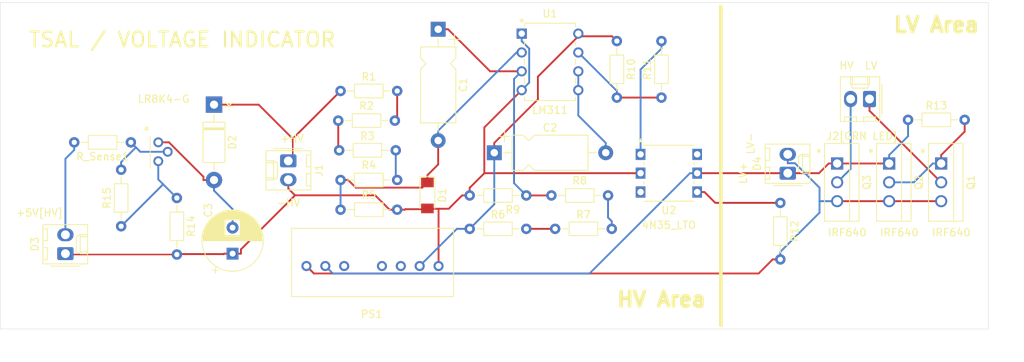
<source format=kicad_pcb>
(kicad_pcb (version 20211014) (generator pcbnew)
  (layers (0 "F.Cu" signal) (31 "B.Cu" signal) (34 "B.Paste" user) (35 "F.Paste" user) (36 "B.SilkS" user "B.Silkscreen") (37 "F.SilkS" user "F.Silkscreen") (38 "B.Mask" user) (39 "F.Mask" user) (44 "Edge.Cuts" user))
  (net 0 "")
  (net 1 "Net-(R1-Pad2)")
  (net 2 "Net-(R2-Pad2)")
  (net 3 "Net-(R3-Pad2)")
  (net 4 "Net-(C1-Pad2)")
  (net 5 "Net-(C2-Pad1)")
  (net 6 "Net-(R6-Pad2)")
  (net 7 "Net-(R7-Pad2)")
  (net 8 "Net-(C1-Pad1)")
  (net 9 "Net-(R10-Pad2)")
  (net 10 "Net-(R11-Pad2)")
  (net 11 "Net-(R12-Pad1)")
  (net 12 "GND")
  (net 13 "/LV")
  (net 14 "Net-(Q1-Pad1)")
  (net 15 "Net-(R14-Pad1)")
  (net 16 "Net-(R15-Pad2)")
  (net 17 "Net-(D3-Pad2)")
  (net 20 "Net-(C3-Pad2)")
  (net 21 "Net-(C2-Pad2)")
  (net 22 "/LV_ACTIVE_LIGHT")
  (net 23 "/HV_ACTIVE_LIGHT")
  (net 26 "/BATT+")
  (net 27 "/BATT-")
  (footprint "Connector_Molex:Molex_KK-254_AE-6410-02A_1x02_P2.54mm_Vertical" (layer "F.Cu") (at 166 111 180)
    (fp_text reference "J2[GRN LED]" (at 1 -5) (layer "F.SilkS"))
    (fp_text value "Conn_01x02_Female")
    (pad "1" thru_hole roundrect (at 0 0 180) (size 1.74 2.19) (drill 1.19) (layers *.Cu *.Mask) (roundrect_rratio 0.1436781609) (net 22 "/LV_ACTIVE_LIGHT"))
    (pad "2" thru_hole oval (at 2.54 0 180) (size 1.74 2.19) (drill 1.19) (layers *.Cu *.Mask) (net 23 "/HV_ACTIVE_LIGHT"))
  )
  (footprint "Library:SPAN02A-12[s.m]" (layer "F.Cu") (at 100.38 146.2125)
    (fp_text reference "PS1" (at -1.38 -6.2125 unlocked) (layer "F.SilkS"))
    (fp_text value "SPAN02A-12")
    (pad "1" thru_hole circle (at -10.16 -12.7) (size 1.35 1.35) (drill 0.8) (layers *.Cu *.Mask) (net 12 "GND"))
    (pad "2" thru_hole circle (at -7.62 -12.7) (size 1.35 1.35) (drill 0.8) (layers *.Cu *.Mask) (net 13 "/LV"))
    (pad "3" thru_hole circle (at -5.08 -12.7) (size 1.35 1.35) (drill 0.8) (layers *.Cu *.Mask))
    (pad "4" thru_hole circle (at 0 -12.7) (size 1.35 1.35) (drill 0.8) (layers *.Cu *.Mask))
    (pad "5" thru_hole circle (at 2.54 -12.7) (size 1.35 1.35) (drill 0.8) (layers *.Cu *.Mask))
    (pad "6" thru_hole circle (at 5.08 -12.7) (size 1.35 1.35) (drill 0.8) (layers *.Cu *.Mask) (net 5 "Net-(C2-Pad1)"))
    (pad "7" thru_hole circle (at 7.62 -12.7) (size 1.35 1.35) (drill 0.8) (layers *.Cu *.Mask) (net 27 "/BATT-"))
  )
  (footprint "Resistor_THT:R_Axial_DIN0204_L3.6mm_D1.6mm_P7.62mm_Horizontal" (layer "F.Cu") (at 171.19 113.81)
    (fp_text reference "R13" (at 3.81 -1.92) (layer "F.SilkS"))
    (fp_text value "10k")
    (pad "1" thru_hole circle (at 0 0) (size 1.4 1.4) (drill 0.7) (layers *.Cu *.Mask) (net 13 "/LV"))
    (pad "2" thru_hole oval (at 7.62 0) (size 1.4 1.4) (drill 0.7) (layers *.Cu *.Mask) (net 14 "Net-(Q1-Pad1)"))
  )
  (footprint "Resistor_THT:R_Axial_DIN0204_L3.6mm_D1.6mm_P7.62mm_Horizontal" (layer "F.Cu") (at 65.2786 128.153 90)
    (fp_text reference "R15" (at 3.81 -1.92 90) (layer "F.SilkS"))
    (fp_text value "6k")
    (pad "1" thru_hole circle (at 0 0 90) (size 1.4 1.4) (drill 0.7) (layers *.Cu *.Mask) (net 15 "Net-(R14-Pad1)"))
    (pad "2" thru_hole oval (at 7.62 0 90) (size 1.4 1.4) (drill 0.7) (layers *.Cu *.Mask) (net 16 "Net-(R15-Pad2)"))
  )
  (footprint "Resistor_THT:R_Axial_DIN0204_L3.6mm_D1.6mm_P7.62mm_Horizontal" (layer "F.Cu") (at 138 110.81 90)
    (fp_text reference "R11" (at 3.81 -1.92 90) (layer "F.SilkS"))
    (fp_text value "2k2")
    (pad "1" thru_hole circle (at 0 0 90) (size 1.4 1.4) (drill 0.7) (layers *.Cu *.Mask) (net 9 "Net-(R10-Pad2)"))
    (pad "2" thru_hole oval (at 7.62 0 90) (size 1.4 1.4) (drill 0.7) (layers *.Cu *.Mask) (net 10 "Net-(R11-Pad2)"))
  )
  (footprint "Connector_Molex:Molex_KK-254_AE-6410-02A_1x02_P2.54mm_Vertical" (layer "F.Cu") (at 57.7786 131.843 90)
    (fp_text reference "D3" (at 1.27 -4.12 90) (layer "F.SilkS"))
    (fp_text value "LED")
    (pad "1" thru_hole roundrect (at 0 0 90) (size 1.74 2.19) (drill 1.19) (layers *.Cu *.Mask) (roundrect_rratio 0.1436781609) (net 27 "/BATT-"))
    (pad "2" thru_hole oval (at 2.54 0 90) (size 1.74 2.19) (drill 1.19) (layers *.Cu *.Mask) (net 17 "Net-(D3-Pad2)"))
  )
  (footprint "Resistor_THT:R_Axial_DIN0204_L3.6mm_D1.6mm_P7.62mm_Horizontal" (layer "F.Cu") (at 132 103.19 -90)
    (fp_text reference "R10" (at 3.81 -1.92 90) (layer "F.SilkS"))
    (fp_text value "4.7M")
    (pad "1" thru_hole circle (at 0 0 270) (size 1.4 1.4) (drill 0.7) (layers *.Cu *.Mask) (net 5 "Net-(C2-Pad1)"))
    (pad "2" thru_hole oval (at 7.62 0 270) (size 1.4 1.4) (drill 0.7) (layers *.Cu *.Mask) (net 9 "Net-(R10-Pad2)"))
  )
  (footprint "Connector_Molex:Molex_KK-254_AE-6410-02A_1x02_P2.54mm_Vertical" (layer "F.Cu") (at 155 121 90)
    (fp_text reference "D4" (at 1.27 -4.12 90) (layer "F.SilkS"))
    (fp_text value "LV")
    (pad "1" thru_hole roundrect (at 0 0 90) (size 1.74 2.19) (drill 1.19) (layers *.Cu *.Mask) (roundrect_rratio 0.1436781609) (net 13 "/LV"))
    (pad "2" thru_hole oval (at 2.54 0 90) (size 1.74 2.19) (drill 1.19) (layers *.Cu *.Mask) (net 12 "GND"))
  )
  (footprint "Resistor_THT:R_Axial_DIN0204_L3.6mm_D1.6mm_P7.62mm_Horizontal" (layer "F.Cu") (at 66.5886 116.843 180)
    (fp_text reference "R_Sense1" (at 3.81 -1.92) (layer "F.SilkS"))
    (fp_text value "1k")
    (pad "1" thru_hole circle (at 0 0 180) (size 1.4 1.4) (drill 0.7) (layers *.Cu *.Mask) (net 16 "Net-(R15-Pad2)"))
    (pad "2" thru_hole oval (at 7.62 0 180) (size 1.4 1.4) (drill 0.7) (layers *.Cu *.Mask) (net 17 "Net-(D3-Pad2)"))
  )
  (footprint "Resistor_THT:R_Axial_DIN0204_L3.6mm_D1.6mm_P7.62mm_Horizontal" (layer "F.Cu") (at 94.81 125.9175)
    (fp_text reference "R5" (at 3.81 -2) (layer "F.SilkS"))
    (fp_text value "1M")
    (pad "1" thru_hole circle (at 0 0) (size 1.4 1.4) (drill 0.7) (layers *.Cu *.Mask) (net 4 "Net-(C1-Pad2)"))
    (pad "2" thru_hole oval (at 7.62 0) (size 1.4 1.4) (drill 0.7) (layers *.Cu *.Mask) (net 27 "/BATT-"))
  )
  (footprint "Resistor_THT:R_Axial_DIN0204_L3.6mm_D1.6mm_P7.62mm_Horizontal" (layer "F.Cu") (at 119.81 124 180)
    (fp_text reference "R9" (at 1.81 -1.92) (layer "F.SilkS"))
    (fp_text value "4.7M")
    (pad "1" thru_hole circle (at 0 0 180) (size 1.4 1.4) (drill 0.7) (layers *.Cu *.Mask) (net 8 "Net-(C1-Pad1)"))
    (pad "2" thru_hole oval (at 7.62 0 180) (size 1.4 1.4) (drill 0.7) (layers *.Cu *.Mask) (net 27 "/BATT-"))
  )
  (footprint "Capacitor_THT:CP_Axial_L10.0mm_D4.5mm_P15.00mm_Horizontal" (layer "F.Cu") (at 115.5 118.2425)
    (fp_text reference "C2" (at 7.5 -3.37) (layer "F.SilkS"))
    (fp_text value "1uF")
    (pad "1" thru_hole rect (at 0 0) (size 2 2) (drill 1) (layers *.Cu *.Mask) (net 5 "Net-(C2-Pad1)"))
    (pad "2" thru_hole oval (at 15 0) (size 2 2) (drill 1) (layers *.Cu *.Mask) (net 21 "Net-(C2-Pad2)"))
  )
  (footprint "Library:IRF640NPBF" (layer "F.Cu") (at 161.6477 119.6936 -90)
    (fp_text reference "Q3" (at 2.54 -4 90) (layer "F.SilkS"))
    (fp_text value "IRF640" (at 9.3064 -15.3523 180) (layer "F.SilkS"))
    (fp_text user "*" (at -1.6936 2.1477 90) (layer "F.SilkS"))
    (pad "1" thru_hole rect (at 0 0 270) (size 1.6256 1.6256) (drill 1.1176) (layers *.Cu *.Mask) (net 13 "/LV"))
    (pad "2" thru_hole circle (at 2.54 0 270) (size 1.6256 1.6256) (drill 1.1176) (layers *.Cu *.Mask) (net 23 "/HV_ACTIVE_LIGHT"))
    (pad "3" thru_hole circle (at 5.08 0 270) (size 1.6256 1.6256) (drill 1.1176) (layers *.Cu *.Mask) (net 12 "GND"))
  )
  (footprint "Resistor_THT:R_Axial_DIN0204_L3.6mm_D1.6mm_P7.62mm_Horizontal" (layer "F.Cu") (at 94.81 109.9175)
    (fp_text reference "R1" (at 3.81 -1.92) (layer "F.SilkS"))
    (fp_text value "4.7M")
    (pad "1" thru_hole circle (at 0 0) (size 1.4 1.4) (drill 0.7) (layers *.Cu *.Mask) (net 26 "/BATT+"))
    (pad "2" thru_hole oval (at 7.62 0) (size 1.4 1.4) (drill 0.7) (layers *.Cu *.Mask) (net 1 "Net-(R1-Pad2)"))
  )
  (footprint "Resistor_THT:R_Axial_DIN0204_L3.6mm_D1.6mm_P7.62mm_Horizontal" (layer "F.Cu") (at 123.69 128.5)
    (fp_text reference "R7" (at 3.81 -1.92) (layer "F.SilkS"))
    (fp_text value "4.7M")
    (pad "1" thru_hole circle (at 0 0) (size 1.4 1.4) (drill 0.7) (layers *.Cu *.Mask) (net 6 "Net-(R6-Pad2)"))
    (pad "2" thru_hole oval (at 7.62 0) (size 1.4 1.4) (drill 0.7) (layers *.Cu *.Mask) (net 7 "Net-(R7-Pad2)"))
  )
  (footprint "Resistor_THT:R_Axial_DIN0204_L3.6mm_D1.6mm_P7.62mm_Horizontal" (layer "F.Cu") (at 102.12 113.9175 180)
    (fp_text reference "R2" (at 3.81 2) (layer "F.SilkS"))
    (fp_text value "4.7M")
    (pad "1" thru_hole circle (at 0 0 180) (size 1.4 1.4) (drill 0.7) (layers *.Cu *.Mask) (net 1 "Net-(R1-Pad2)"))
    (pad "2" thru_hole oval (at 7.62 0 180) (size 1.4 1.4) (drill 0.7) (layers *.Cu *.Mask) (net 2 "Net-(R2-Pad2)"))
  )
  (footprint "Resistor_THT:R_Axial_DIN0204_L3.6mm_D1.6mm_P7.62mm_Horizontal" (layer "F.Cu") (at 112.19 128.5)
    (fp_text reference "R6" (at 3.81 -1.92) (layer "F.SilkS"))
    (fp_text value "4.7M")
    (pad "1" thru_hole circle (at 0 0) (size 1.4 1.4) (drill 0.7) (layers *.Cu *.Mask) (net 5 "Net-(C2-Pad1)"))
    (pad "2" thru_hole oval (at 7.62 0) (size 1.4 1.4) (drill 0.7) (layers *.Cu *.Mask) (net 6 "Net-(R6-Pad2)"))
  )
  (footprint "Capacitor_THT:CP_Axial_L10.0mm_D4.5mm_P15.00mm_Horizontal" (layer "F.Cu") (at 107.95 101.6 -90)
    (fp_text reference "C1" (at 7.5 -3.37 -270) (layer "F.SilkS"))
    (fp_text value "1nF")
    (pad "1" thru_hole rect (at 0 0 270) (size 2 2) (drill 1) (layers *.Cu *.Mask) (net 8 "Net-(C1-Pad1)"))
    (pad "2" thru_hole oval (at 15 0 270) (size 2 2) (drill 1) (layers *.Cu *.Mask) (net 4 "Net-(C1-Pad2)"))
  )
  (footprint "Library:IRF640NPBF" (layer "F.Cu") (at 175.6477 119.6936 -90)
    (fp_text reference "Q1" (at 2.54 -4 90) (layer "F.SilkS"))
    (fp_text value "IRF640" (at 9.3064 12.6477 180) (layer "F.SilkS"))
    (fp_text user "*" (at -1.6936 2.1477 90) (layer "F.SilkS"))
    (pad "1" thru_hole rect (at 0 0 270) (size 1.6256 1.6256) (drill 1.1176) (layers *.Cu *.Mask) (net 14 "Net-(Q1-Pad1)"))
    (pad "2" thru_hole circle (at 2.54 0 270) (size 1.6256 1.6256) (drill 1.1176) (layers *.Cu *.Mask) (net 22 "/LV_ACTIVE_LIGHT"))
    (pad "3" thru_hole circle (at 5.08 0 270) (size 1.6256 1.6256) (drill 1.1176) (layers *.Cu *.Mask) (net 12 "GND"))
  )
  (footprint "Library:4N35" (layer "F.Cu") (at 135.19 118.46)
    (fp_text reference "U2" (at 3.81 7.54) (layer "F.SilkS"))
    (fp_text value "4N35_LTO" (at 3.81 9.54) (layer "F.SilkS"))
    (fp_text user "*" (at 0 -1.5113) (layer "F.SilkS"))
    (pad "1" thru_hole rect (at 0 0) (size 1.2954 1.4986) (drill 0.8636) (layers *.Cu *.Mask) (net 10 "Net-(R11-Pad2)"))
    (pad "2" thru_hole rect (at 0 2.54) (size 1.2954 1.4986) (drill 0.8636) (layers *.Cu *.Mask) (net 27 "/BATT-"))
    (pad "3" thru_hole rect (at 0 5.08) (size 1.2954 1.4986) (drill 0.8636) (layers *.Cu *.Mask))
    (pad "4" thru_hole rect (at 7.62 5.08) (size 1.2954 1.4986) (drill 0.8636) (layers *.Cu *.Mask) (net 11 "Net-(R12-Pad1)"))
    (pad "5" thru_hole rect (at 7.62 2.54) (size 1.2954 1.4986) (drill 0.8636) (layers *.Cu *.Mask) (net 13 "/LV"))
    (pad "6" thru_hole rect (at 7.62 0) (size 1.2954 1.4986) (drill 0.8636) (layers *.Cu *.Mask))
  )
  (footprint "Resistor_THT:R_Axial_DIN0204_L3.6mm_D1.6mm_P7.62mm_Horizontal" (layer "F.Cu") (at 72.7786 124.343 -90)
    (fp_text reference "R14" (at 3.81 -1.92 90) (layer "F.SilkS"))
    (fp_text value "18k")
    (pad "1" thru_hole circle (at 0 0 270) (size 1.4 1.4) (drill 0.7) (layers *.Cu *.Mask) (net 15 "Net-(R14-Pad1)"))
    (pad "2" thru_hole oval (at 7.62 0 270) (size 1.4 1.4) (drill 0.7) (layers *.Cu *.Mask) (net 27 "/BATT-"))
  )
  (footprint "Library:IRF640NPBF" (layer "F.Cu") (at 168.6477 119.6936 -90)
    (fp_text reference "Q2" (at 2.54 -4 90) (layer "F.SilkS"))
    (fp_text value "IRF640" (at 9.3064 -1.3523 180) (layer "F.SilkS"))
    (fp_text user "*" (at -1.6936 2.1477 90) (layer "F.SilkS"))
    (pad "1" thru_hole rect (at 0 0 270) (size 1.6256 1.6256) (drill 1.1176) (layers *.Cu *.Mask) (net 13 "/LV"))
    (pad "2" thru_hole circle (at 2.54 0 270) (size 1.6256 1.6256) (drill 1.1176) (layers *.Cu *.Mask) (net 14 "Net-(Q1-Pad1)"))
    (pad "3" thru_hole circle (at 5.08 0 270) (size 1.6256 1.6256) (drill 1.1176) (layers *.Cu *.Mask) (net 12 "GND"))
  )
  (footprint "Resistor_THT:R_Axial_DIN0204_L3.6mm_D1.6mm_P7.62mm_Horizontal" (layer "F.Cu") (at 130.81 124 180)
    (fp_text reference "R8" (at 3.81 2) (layer "F.SilkS"))
    (fp_text value "4.7M")
    (pad "1" thru_hole circle (at 0 0 180) (size 1.4 1.4) (drill 0.7) (layers *.Cu *.Mask) (net 7 "Net-(R7-Pad2)"))
    (pad "2" thru_hole oval (at 7.62 0 180) (size 1.4 1.4) (drill 0.7) (layers *.Cu *.Mask) (net 8 "Net-(C1-Pad1)"))
  )
  (footprint "Capacitor_THT:CP_Radial_D8.0mm_P3.50mm" (layer "F.Cu") (at 80.2786 131.843 90)
    (fp_text reference "C3" (at 5.843 -3.2786 90) (layer "F.SilkS"))
    (fp_text value "2.2uF")
    (pad "1" thru_hole rect (at 0 0 90) (size 1.6 1.6) (drill 0.8) (layers *.Cu *.Mask) (net 27 "/BATT-"))
    (pad "2" thru_hole circle (at 3.5 0 90) (size 1.6 1.6) (drill 0.8) (layers *.Cu *.Mask) (net 20 "Net-(C3-Pad2)"))
  )
  (footprint "Connector_Molex:Molex_KK-254_AE-6410-02A_1x02_P2.54mm_Vertical" (layer "F.Cu") (at 87.7786 119.343 -90)
    (fp_text reference "J1" (at 1.27 -4.12 90) (layer "F.SilkS"))
    (fp_text value "Conn_01x02_Female")
    (pad "1" thru_hole roundrect (at 0 0 270) (size 1.74 2.19) (drill 1.19) (layers *.Cu *.Mask) (roundrect_rratio 0.1436781609) (net 26 "/BATT+"))
    (pad "2" thru_hole oval (at 2.54 0 270) (size 1.74 2.19) (drill 1.19) (layers *.Cu *.Mask) (net 27 "/BATT-"))
  )
  (footprint "Library:LR8N3-G" (layer "F.Cu") (at 70.2786 116.843 -90)
    (fp_text reference "U3" hide)
    (fp_text value "LR8K4-G" (at -5.843 -0.7214 180) (layer "F.SilkS"))
    (fp_text user "*" (at -1.843 1.2786 90) (layer "F.SilkS"))
    (pad "1" thru_hole circle (at 0 0 270) (size 1.3208 1.3208) (drill 0.8128) (layers *.Cu *.Mask) (net 20 "Net-(C3-Pad2)"))
    (pad "2" thru_hole circle (at 1.27 -1.27 270) (size 1.3208 1.3208) (drill 0.8128) (layers *.Cu *.Mask) (net 16 "Net-(R15-Pad2)"))
    (pad "3" thru_hole circle (at 2.54 0 270) (size 1.3208 1.3208) (drill 0.8128) (layers *.Cu *.Mask) (net 15 "Net-(R14-Pad1)"))
  )
  (footprint "Diode_SMD:D_MiniMELF" (layer "F.Cu") (at 106.5 124 -90)
    (fp_text reference "D1" (at 0 -2 90) (layer "F.SilkS"))
    (fp_text value "BZV55C12")
    (pad "1" smd rect (at -1.75 0 270) (size 1.3 1.7) (layers "F.Cu" "F.Paste" "F.Mask") (net 4 "Net-(C1-Pad2)"))
    (pad "2" smd rect (at 1.75 0 270) (size 1.3 1.7) (layers "F.Cu" "F.Paste" "F.Mask") (net 27 "/BATT-"))
  )
  (footprint "Library:LM311P" (layer "F.Cu") (at 119.19 102.19)
    (fp_text reference "U1" (at 3.81 -2.69) (layer "F.SilkS"))
    (fp_text value "LM311" (at 3.81 10.31) (layer "F.SilkS"))
    (fp_text user "*" (at 0 -1.4478) (layer "F.SilkS"))
    (pad "1" thru_hole rect (at 0 0) (size 1.3716 1.3716) (drill 0.8636) (layers *.Cu *.Mask) (net 27 "/BATT-"))
    (pad "2" thru_hole circle (at 0 2.54) (size 1.3716 1.3716) (drill 0.8636) (layers *.Cu *.Mask) (net 4 "Net-(C1-Pad2)"))
    (pad "3" thru_hole circle (at 0 5.08) (size 1.3716 1.3716) (drill 0.8636) (layers *.Cu *.Mask) (net 8 "Net-(C1-Pad1)"))
    (pad "4" thru_hole circle (at 0 7.62) (size 1.3716 1.3716) (drill 0.8636) (layers *.Cu *.Mask) (net 27 "/BATT-"))
    (pad "5" thru_hole circle (at 7.62 7.62) (size 1.3716 1.3716) (drill 0.8636) (layers *.Cu *.Mask) (net 21 "Net-(C2-Pad2)"))
    (pad "6" thru_hole circle (at 7.62 5.08) (size 1.3716 1.3716) (drill 0.8636) (layers *.Cu *.Mask) (net 21 "Net-(C2-Pad2)"))
    (pad "7" thru_hole circle (at 7.62 2.54) (size 1.3716 1.3716) (drill 0.8636) (layers *.Cu *.Mask) (net 9 "Net-(R10-Pad2)"))
    (pad "8" thru_hole circle (at 7.62 0) (size 1.3716 1.3716) (drill 0.8636) (layers *.Cu *.Mask) (net 5 "Net-(C2-Pad1)"))
  )
  (footprint "Diode_THT:D_DO-41_SOD81_P10.16mm_Horizontal" (layer "F.Cu") (at 77.7786 111.763 -90)
    (fp_text reference "D2" (at 5.08 -2.47 90) (layer "F.SilkS"))
    (fp_text value "1N4758A")
    (fp_text user "K" (at 0 -2.1 90) (layer "F.SilkS"))
    (pad "1" thru_hole rect (at 0 0 270) (size 2.2 2.2) (drill 1.1) (layers *.Cu *.Mask) (net 26 "/BATT+"))
    (pad "2" thru_hole oval (at 10.16 0 270) (size 2.2 2.2) (drill 1.1) (layers *.Cu *.Mask) (net 20 "Net-(C3-Pad2)"))
  )
  (footprint "Resistor_THT:R_Axial_DIN0204_L3.6mm_D1.6mm_P7.62mm_Horizontal" (layer "F.Cu") (at 94.62 117.9175)
    (fp_text reference "R3" (at 3.81 -1.92) (layer "F.SilkS"))
    (fp_text value "4.7M")
    (pad "1" thru_hole circle (at 0 0) (size 1.4 1.4) (drill 0.7) (layers *.Cu *.Mask) (net 2 "Net-(R2-Pad2)"))
    (pad "2" thru_hole oval (at 7.62 0) (size 1.4 1.4) (drill 0.7) (layers *.Cu *.Mask) (net 3 "Net-(R3-Pad2)"))
  )
  (footprint "Resistor_THT:R_Axial_DIN0204_L3.6mm_D1.6mm_P7.62mm_Horizontal" (layer "F.Cu") (at 154 125 -90)
    (fp_text reference "R12" (at 3.81 -1.92 90) (layer "F.SilkS"))
    (fp_text value "100k")
    (pad "1" thru_hole circle (at 0 0 270) (size 1.4 1.4) (drill 0.7) (layers *.Cu *.Mask) (net 11 "Net-(R12-Pad1)"))
    (pad "2" thru_hole oval (at 7.62 0 270) (size 1.4 1.4) (drill 0.7) (layers *.Cu *.Mask) (net 12 "GND"))
  )
  (footprint "Resistor_THT:R_Axial_DIN0204_L3.6mm_D1.6mm_P7.62mm_Horizontal" (layer "F.Cu") (at 102.43 121.9175 180)
    (fp_text reference "R4" (at 3.81 2) (layer "F.SilkS"))
    (fp_text value "4.7M")
    (pad "1" thru_hole circle (at 0 0 180) (size 1.4 1.4) (drill 0.7) (layers *.Cu *.Mask) (net 3 "Net-(R3-Pad2)"))
    (pad "2" thru_hole oval (at 7.62 0 180) (size 1.4 1.4) (drill 0.7) (layers *.Cu *.Mask) (net 4 "Net-(C1-Pad2)"))
  )
  (gr_line (start 146 141.5) (end 146 98.5) (layer "F.SilkS") (width 0.5))
  (gr_rect (start 49 98) (end 182 142) (layer "Edge.Cuts") (width 0.05) (fill none))
  (gr_text "HV Area" (at 138 138) (layer "F.SilkS") (effects (font (size 2 2) (thickness 0.5))))
  (gr_text "LV Area" (at 175 101) (layer "F.SilkS") (effects (font (size 2 2) (thickness 0.5))))
  (gr_text "TSAL / VOLTAGE INDICATOR" (at 73.5 103) (layer "F.SilkS") (effects (font (size 2 2) (thickness 0.3))))
  (gr_text "LV+\n" (at 149 121 90) (layer "F.SilkS") (effects (font (size 1 1))))
  (gr_text "+5V[HV]" (at 54.278625 126.343) (layer "F.SilkS") (effects (font (size 1 1))))
  (gr_text "-HV\n" (at 87.798625 125) (layer "F.SilkS") (effects (font (size 1 1))))
  (gr_text "HV  LV\n" (at 164.5 106.5) (layer "F.SilkS") (effects (font (size 1 1))))
  (gr_text "+HV" (at 88.278625 116.343) (layer "F.SilkS") (effects (font (size 1 1))))
  (gr_text "LV-\n" (at 150 117 90) (layer "F.SilkS") (effects (font (size 1 1))))
  (segment (start 102.275 113.763) (end 102.2745 113.763) (width 0.25) (layer "F.Cu") (net 1))
  (segment (start 102.43 113.608) (end 102.43 109.9175) (width 0.25) (layer "F.Cu") (net 1))
  (segment (start 102.275 113.763) (end 102.12 113.918) (width 0.25) (layer "F.Cu") (net 1))
  (segment (start 102.2745 113.763) (end 102.12 113.9175) (width 0.25) (layer "F.Cu") (net 1))
  (segment (start 102.43 113.608) (end 102.275 113.763) (width 0.25) (layer "F.Cu") (net 1))
  (segment (start 94.56 117.858) (end 94.5605 117.858) (width 0.25) (layer "F.Cu") (net 2))
  (segment (start 94.56 117.858) (end 94.62 117.918) (width 0.25) (layer "F.Cu") (net 2))
  (segment (start 94.5 117.798) (end 94.56 117.858) (width 0.25) (layer "F.Cu") (net 2))
  (segment (start 94.5605 117.858) (end 94.62 117.9175) (width 0.25) (layer "F.Cu") (net 2))
  (segment (start 94.5 117.798) (end 94.5 113.9175) (width 0.25) (layer "F.Cu") (net 2))
  (segment (start 102.3355 121.823) (end 102.43 121.9175) (width 0.25) (layer "F.Cu") (net 3))
  (segment (start 102.335 121.823) (end 102.43 121.918) (width 0.25) (layer "F.Cu") (net 3))
  (segment (start 102.335 121.823) (end 102.3355 121.823) (width 0.25) (layer "F.Cu") (net 3))
  (segment (start 102.24 121.7275) (end 102.24 117.9175) (width 0.25) (layer "B.Cu") (net 3))
  (segment (start 102.43 121.9175) (end 102.24 121.7275) (width 0.25) (layer "B.Cu") (net 3))
  (segment (start 105.808 122.942) (end 105.8072 122.9428) (width 0.25) (layer "F.Cu") (net 4))
  (segment (start 106.5 122.25) (end 105.808 122.942) (width 0.25) (layer "F.Cu") (net 4))
  (segment (start 107.95 119.8247) (end 107.95 116.6) (width 0.25) (layer "F.Cu") (net 4))
  (segment (start 96.8606 122.9428) (end 95.8353 121.9175) (width 0.25) (layer "F.Cu") (net 4))
  (segment (start 106.5 122.25) (end 106.5 121.2747) (width 0.25) (layer "F.Cu") (net 4))
  (segment (start 106.5 121.2747) (end 107.95 119.8247) (width 0.25) (layer "F.Cu") (net 4))
  (segment (start 105.8072 122.9428) (end 96.8606 122.9428) (width 0.25) (layer "F.Cu") (net 4))
  (segment (start 94.81 121.9175) (end 95.8353 121.9175) (width 0.25) (layer "F.Cu") (net 4))
  (segment (start 107.95 116.6) (end 107.95 115.2747) (width 0.25) (layer "B.Cu") (net 4))
  (segment (start 107.95 115.2747) (end 118.4947 104.73) (width 0.25) (layer "B.Cu") (net 4))
  (segment (start 118.4947 104.73) (end 119.19 104.73) (width 0.25) (layer "B.Cu") (net 4))
  (segment (start 94.81 121.9175) (end 94.81 125.9175) (width 0.25) (layer "B.Cu") (net 4))
  (segment (start 115.5 116.9172) (end 121.3705 111.0467) (width 0.25) (layer "F.Cu") (net 5))
  (segment (start 126.81 102.19) (end 126.81 102.5471) (width 0.25) (layer "F.Cu") (net 5))
  (segment (start 126.81 102.5471) (end 131.3571 102.5471) (width 0.25) (layer "F.Cu") (net 5))
  (segment (start 121.3705 107.9866) (end 126.81 102.5471) (width 0.25) (layer "F.Cu") (net 5))
  (segment (start 131.3571 102.5471) (end 132 103.19) (width 0.25) (layer "F.Cu") (net 5))
  (segment (start 115.5 118.2425) (end 115.5 116.9172) (width 0.25) (layer "F.Cu") (net 5))
  (segment (start 121.3705 111.0467) (end 121.3705 107.9866) (width 0.25) (layer "F.Cu") (net 5))
  (segment (start 112.19 128.5) (end 110.4725 128.5) (width 0.25) (layer "B.Cu") (net 5))
  (segment (start 112.19 128.5) (end 115.5 125.19) (width 0.25) (layer "B.Cu") (net 5))
  (segment (start 115.5 125.19) (end 115.5 118.2425) (width 0.25) (layer "B.Cu") (net 5))
  (segment (start 110.4725 128.5) (end 105.46 133.5125) (width 0.25) (layer "B.Cu") (net 5))
  (segment (start 119.81 128.5) (end 123.69 128.5) (width 0.25) (layer "F.Cu") (net 6))
  (segment (start 130.81 124) (end 130.81 126.9747) (width 0.25) (layer "B.Cu") (net 7))
  (segment (start 131.31 128.5) (end 131.31 127.4747) (width 0.25) (layer "B.Cu") (net 7))
  (segment (start 130.81 126.9747) (end 131.31 127.4747) (width 0.25) (layer "B.Cu") (net 7))
  (segment (start 119.19 107.27) (end 114.9453 107.27) (width 0.25) (layer "F.Cu") (net 8))
  (segment (start 123.19 124) (end 119.81 124) (width 0.25) (layer "F.Cu") (net 8))
  (segment (start 107.95 101.6) (end 109.2753 101.6) (width 0.25) (layer "F.Cu") (net 8))
  (segment (start 114.9453 107.27) (end 109.2753 101.6) (width 0.25) (layer "F.Cu") (net 8))
  (segment (start 118.1614 122.3514) (end 119.81 124) (width 0.25) (layer "B.Cu") (net 8))
  (segment (start 119.19 107.27) (end 118.1614 108.2986) (width 0.25) (layer "B.Cu") (net 8))
  (segment (start 118.1614 108.2986) (end 118.1614 122.3514) (width 0.25) (layer "B.Cu") (net 8))
  (segment (start 132 110.81) (end 138 110.81) (width 0.25) (layer "F.Cu") (net 9))
  (segment (start 131.8647 109.7847) (end 132 109.7847) (width 0.25) (layer "B.Cu") (net 9))
  (segment (start 126.81 104.73) (end 131.8647 109.7847) (width 0.25) (layer "B.Cu") (net 9))
  (segment (start 132 110.81) (end 132 109.7847) (width 0.25) (layer "B.Cu") (net 9))
  (segment (start 135.19 118.46) (end 135.19 107.0253) (width 0.25) (layer "B.Cu") (net 10))
  (segment (start 135.19 107.0253) (end 138 104.2153) (width 0.25) (layer "B.Cu") (net 10))
  (segment (start 138 103.19) (end 138 104.2153) (width 0.25) (layer "B.Cu") (net 10))
  (segment (start 154 125) (end 145.243 125) (width 0.25) (layer "F.Cu") (net 11))
  (segment (start 142.81 123.54) (end 143.783 123.54) (width 0.25) (layer "F.Cu") (net 11))
  (segment (start 145.243 125) (end 143.783 123.54) (width 0.25) (layer "F.Cu") (net 11))
  (segment (start 152.9747 132.62) (end 151.0779 134.5168) (width 0.25) (layer "F.Cu") (net 12))
  (segment (start 151.0779 134.5168) (end 91.2243 134.5168) (width 0.25) (layer "F.Cu") (net 12))
  (segment (start 91.2243 134.5168) (end 90.22 133.5125) (width 0.25) (layer "F.Cu") (net 12))
  (segment (start 161.6477 124.7736) (end 168.6477 124.7736) (width 0.25) (layer "F.Cu") (net 12))
  (segment (start 175.6477 124.7736) (end 168.6477 124.7736) (width 0.25) (layer "F.Cu") (net 12))
  (segment (start 154 132.62) (end 152.9747 132.62) (width 0.25) (layer "F.Cu") (net 12))
  (segment (start 155 118.46) (end 155 119.6553) (width 0.25) (layer "B.Cu") (net 12))
  (segment (start 159.2758 124.7736) (end 159.2758 122.9599) (width 0.25) (layer "B.Cu") (net 12))
  (segment (start 159.2758 122.9599) (end 155.9712 119.6553) (width 0.25) (layer "B.Cu") (net 12))
  (segment (start 159.2758 124.7736) (end 161.6477 124.7736) (width 0.25) (layer "B.Cu") (net 12))
  (segment (start 154 131.5947) (end 159.2758 126.3189) (width 0.25) (layer "B.Cu") (net 12))
  (segment (start 155.9712 119.6553) (end 155 119.6553) (width 0.25) (layer "B.Cu") (net 12))
  (segment (start 154 132.62) (end 154 131.5947) (width 0.25) (layer "B.Cu") (net 12))
  (segment (start 159.2758 126.3189) (end 159.2758 124.7736) (width 0.25) (layer "B.Cu") (net 12))
  (segment (start 168.6477 119.6936) (end 161.6477 119.6936) (width 0.25) (layer "F.Cu") (net 13))
  (segment (start 142.81 121) (end 155 121) (width 0.25) (layer "F.Cu") (net 13))
  (segment (start 161.6477 119.6936) (end 160.5096 119.6936) (width 0.25) (layer "F.Cu") (net 13))
  (segment (start 159.2032 121) (end 160.5096 119.6936) (width 0.25) (layer "F.Cu") (net 13))
  (segment (start 155 121) (end 159.2032 121) (width 0.25) (layer "F.Cu") (net 13))
  (segment (start 128.3202 134.5168) (end 93.7643 134.5168) (width 0.25) (layer "B.Cu") (net 13))
  (segment (start 171.19 116.0132) (end 171.19 113.81) (width 0.25) (layer "B.Cu") (net 13))
  (segment (start 142.81 121) (end 141.837 121) (width 0.25) (layer "B.Cu") (net 13))
  (segment (start 168.6477 119.6936) (end 168.6477 118.5555) (width 0.25) (layer "B.Cu") (net 13))
  (segment (start 141.837 121) (end 128.3202 134.5168) (width 0.25) (layer "B.Cu") (net 13))
  (segment (start 93.7643 134.5168) (end 92.76 133.5125) (width 0.25) (layer "B.Cu") (net 13))
  (segment (start 168.6477 118.5555) (end 171.19 116.0132) (width 0.25) (layer "B.Cu") (net 13))
  (segment (start 175.6477 119.6936) (end 175.6477 118.5555) (width 0.25) (layer "F.Cu") (net 14))
  (segment (start 178.81 115.3932) (end 178.81 113.81) (width 0.25) (layer "F.Cu") (net 14))
  (segment (start 175.6477 118.5555) (end 178.81 115.3932) (width 0.25) (layer "F.Cu") (net 14))
  (segment (start 168.6477 122.2336) (end 171.9696 122.2336) (width 0.25) (layer "B.Cu") (net 14))
  (segment (start 175.6477 119.6936) (end 174.5096 119.6936) (width 0.25) (layer "B.Cu") (net 14))
  (segment (start 171.9696 122.2336) (end 174.5096 119.6936) (width 0.25) (layer "B.Cu") (net 14))
  (segment (start 70.9336 122.498) (end 70.2786 121.843) (width 0.25) (layer "B.Cu") (net 15))
  (segment (start 70.2786 121.843) (end 70.2786 119.383) (width 0.25) (layer "B.Cu") (net 15))
  (segment (start 72.7786 124.343) (end 70.9336 122.498) (width 0.25) (layer "B.Cu") (net 15))
  (segment (start 65.2786 128.153) (end 70.9336 122.498) (width 0.25) (layer "B.Cu") (net 15))
  (segment (start 65.2786 120.533) (end 65.2786 119.5077) (width 0.25) (layer "B.Cu") (net 16))
  (segment (start 66.5886 116.843) (end 67.266 117.5203) (width 0.25) (layer "B.Cu") (net 16))
  (segment (start 67.266 117.5203) (end 65.2786 119.5077) (width 0.25) (layer "B.Cu") (net 16))
  (segment (start 67.8586 118.113) (end 71.5486 118.113) (width 0.25) (layer "B.Cu") (net 16))
  (segment (start 67.266 117.5203) (end 67.8586 118.113) (width 0.25) (layer "B.Cu") (net 16))
  (segment (start 58.9686 116.843) (end 58.9686 117.8683) (width 0.25) (layer "B.Cu") (net 17))
  (segment (start 58.9686 117.8683) (end 57.7786 119.0583) (width 0.25) (layer "B.Cu") (net 17))
  (segment (start 57.7786 119.0583) (end 57.7786 129.303) (width 0.25) (layer "B.Cu") (net 17))
  (segment (start 76.3533 121.923) (end 76.3533 121.4776) (width 0.25) (layer "F.Cu") (net 20))
  (segment (start 71.7187 116.843) (end 70.2786 116.843) (width 0.25) (layer "F.Cu") (net 20))
  (segment (start 76.3533 121.4776) (end 71.7187 116.843) (width 0.25) (layer "F.Cu") (net 20))
  (segment (start 77.7786 121.923) (end 76.3533 121.923) (width 0.25) (layer "F.Cu") (net 20))
  (segment (start 80.2786 125.8483) (end 80.2786 128.343) (width 0.25) (layer "B.Cu") (net 20))
  (segment (start 77.7786 123.3483) (end 80.2786 125.8483) (width 0.25) (layer "B.Cu") (net 20))
  (segment (start 77.7786 121.923) (end 77.7786 123.3483) (width 0.25) (layer "B.Cu") (net 20))
  (segment (start 126.81 107.27) (end 126.81 109.81) (width 0.25) (layer "B.Cu") (net 21))
  (segment (start 130.5 118.2425) (end 130.5 116.9172) (width 0.25) (layer "B.Cu") (net 21))
  (segment (start 126.81 109.81) (end 126.81 113.2272) (width 0.25) (layer "B.Cu") (net 21))
  (segment (start 126.81 113.2272) (end 130.5 116.9172) (width 0.25) (layer "B.Cu") (net 21))
  (segment (start 175.6477 122.2336) (end 166 112.5859) (width 0.25) (layer "F.Cu") (net 22))
  (segment (start 166 112.5859) (end 166 111) (width 0.25) (layer "F.Cu") (net 22))
  (segment (start 163.46 120.4213) (end 163.46 111) (width 0.25) (layer "B.Cu") (net 23))
  (segment (start 161.6477 122.2336) (end 163.46 120.4213) (width 0.25) (layer "B.Cu") (net 23))
  (segment (start 77.7786 111.763) (end 83.7827 111.763) (width 0.25) (layer "F.Cu") (net 26))
  (segment (start 83.7827 111.763) (end 88.3736 116.3539) (width 0.25) (layer "F.Cu") (net 26))
  (segment (start 88.3736 116.3539) (end 94.81 109.9175) (width 0.25) (layer "F.Cu") (net 26))
  (segment (start 87.7786 119.343) (end 88.2786 118.843) (width 0.2) (layer "F.Cu") (net 26))
  (segment (start 88.3736 118.748) (end 87.7786 119.343) (width 0.2) (layer "F.Cu") (net 26))
  (segment (start 88.3736 116.3539) (end 88.3736 118.748) (width 0.2) (layer "F.Cu") (net 26))
  (segment (start 106.458 125.792) (end 108 125.792) (width 0.25) (layer "F.Cu") (net 27))
  (segment (start 135.19 121) (end 134.217 121) (width 0.25) (layer "F.Cu") (net 27))
  (segment (start 102.43 125.9175) (end 101.4047 125.9175) (width 0.25) (layer "F.Cu") (net 27))
  (segment (start 112.19 124) (end 112.19 122.9747) (width 0.25) (layer "F.Cu") (net 27))
  (segment (start 108 125.792) (end 109.3727 125.792) (width 0.25) (layer "F.Cu") (net 27))
  (segment (start 79.0933 131.903) (end 79.1533 131.843) (width 0.25) (layer "F.Cu") (net 27))
  (segment (start 80.2786 131.843) (end 81.4039 131.843) (width 0.25) (layer "F.Cu") (net 27))
  (segment (start 88.6856 123.9853) (end 81.4039 131.267) (width 0.25) (layer "F.Cu") (net 27))
  (segment (start 108 125.792) (end 108 133.5125) (width 0.25) (layer "F.Cu") (net 27))
  (segment (start 102.43 125.9175) (end 103.4553 125.9175) (width 0.25) (layer "F.Cu") (net 27))
  (segment (start 106.395 125.855) (end 103.5178 125.855) (width 0.25) (layer "F.Cu") (net 27))
  (segment (start 87.7786 123.0783) (end 88.6856 123.9853) (width 0.25) (layer "F.Cu") (net 27))
  (segment (start 72.8386 131.903) (end 72.7786 131.963) (width 0.2) (layer "F.Cu") (net 27))
  (segment (start 87.7786 121.883) (end 87.7786 123.0783) (width 0.25) (layer "F.Cu") (net 27))
  (segment (start 114.1587 121.006) (end 112.19 122.9747) (width 0.25) (layer "F.Cu") (net 27))
  (segment (start 112.19 124) (end 111.1647 124) (width 0.25) (layer "F.Cu") (net 27))
  (segment (start 81.4039 131.267) (end 81.4039 131.843) (width 0.25) (layer "F.Cu") (net 27))
  (segment (start 109.3727 125.792) (end 111.1647 124) (width 0.25) (layer "F.Cu") (net 27))
  (segment (start 106.458 125.792) (end 106.5 125.75) (width 0.2) (layer "F.Cu") (net 27))
  (segment (start 114.1587 121) (end 134.217 121) (width 0.25) (layer "F.Cu") (net 27))
  (segment (start 72.7786 131.963) (end 57.8986 131.963) (width 0.2) (layer "F.Cu") (net 27))
  (segment (start 103.5178 125.855) (end 103.4553 125.9175) (width 0.25) (layer "F.Cu") (net 27))
  (segment (start 106.395 125.855) (end 106.458 125.792) (width 0.2) (layer "F.Cu") (net 27))
  (segment (start 80.2786 131.843) (end 79.1533 131.843) (width 0.25) (layer "F.Cu") (net 27))
  (segment (start 57.8986 131.963) (end 57.7786 131.843) (width 0.2) (layer "F.Cu") (net 27))
  (segment (start 99.4725 123.9853) (end 101.4047 125.9175) (width 0.25) (layer "F.Cu") (net 27))
  (segment (start 114.1587 121) (end 114.1587 121.006) (width 0.25) (layer "F.Cu") (net 27))
  (segment (start 72.8386 131.903) (end 79.0933 131.903) (width 0.25) (layer "F.Cu") (net 27))
  (segment (start 114.1587 114.8413) (end 114.1587 121) (width 0.25) (layer "F.Cu") (net 27))
  (segment (start 119.19 109.81) (end 114.1587 114.8413) (width 0.25) (layer "F.Cu") (net 27))
  (segment (start 88.6856 123.9853) (end 99.4725 123.9853) (width 0.25) (layer "F.Cu") (net 27))
  (segment (start 119.19 109.81) (end 120.2011 108.7989) (width 0.25) (layer "B.Cu") (net 27))
  (segment (start 120.2011 104.2122) (end 119.19 103.2011) (width 0.25) (layer "B.Cu") (net 27))
  (segment (start 119.19 102.19) (end 119.19 103.2011) (width 0.25) (layer "B.Cu") (net 27))
  (segment (start 120.2011 108.7989) (end 120.2011 104.2122) (width 0.25) (layer "B.Cu") (net 27))
)
</source>
